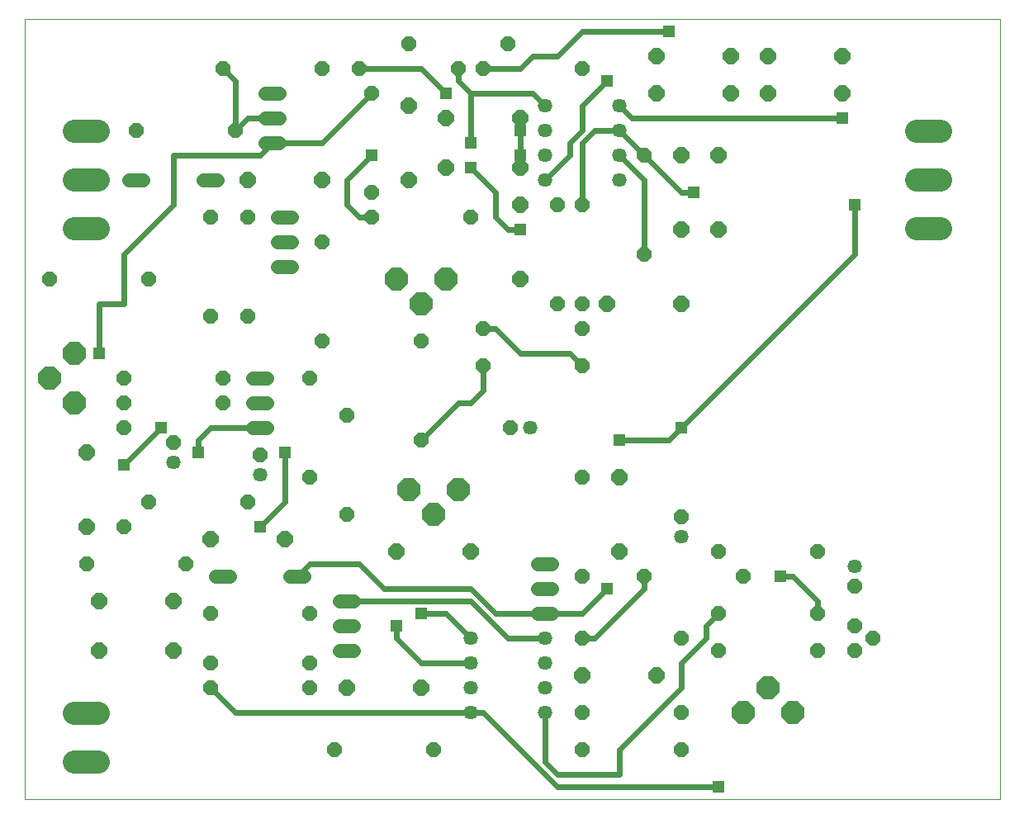
<source format=gtl>
G75*
G70*
%OFA0B0*%
%FSLAX24Y24*%
%IPPOS*%
%LPD*%
%AMOC8*
5,1,8,0,0,1.08239X$1,22.5*
%
%ADD10C,0.0000*%
%ADD11OC8,0.0576*%
%ADD12C,0.0576*%
%ADD13OC8,0.0648*%
%ADD14C,0.0576*%
%ADD15OC8,0.0936*%
%ADD16C,0.0936*%
%ADD17C,0.0240*%
%ADD18R,0.0472X0.0472*%
D10*
X001233Y000100D02*
X001233Y031596D01*
X040603Y031596D01*
X040603Y000100D01*
X001233Y000100D01*
D11*
X008733Y004600D03*
X008733Y005600D03*
X008733Y007600D03*
X007733Y009600D03*
X005233Y011100D03*
X006233Y012100D03*
X007233Y014500D03*
X005233Y015100D03*
X005233Y016100D03*
X005233Y017100D03*
X008733Y019600D03*
X010233Y019600D03*
X013233Y018600D03*
X012733Y017100D03*
X014233Y015600D03*
X017233Y014600D03*
X020833Y015100D03*
X023733Y013100D03*
X027733Y011500D03*
X029233Y010100D03*
X030233Y009100D03*
X029233Y007600D03*
X029233Y006100D03*
X027733Y006600D03*
X026233Y009100D03*
X023733Y009100D03*
X023733Y006600D03*
X023733Y003600D03*
X023733Y002100D03*
X027733Y002100D03*
X027733Y003600D03*
X033233Y006100D03*
X034733Y006100D03*
X035483Y006600D03*
X034733Y007100D03*
X033233Y007600D03*
X034733Y008700D03*
X033233Y010100D03*
X023733Y017600D03*
X023733Y019100D03*
X023733Y020100D03*
X022733Y020100D03*
X019733Y019100D03*
X019733Y017600D03*
X017233Y018600D03*
X013233Y022600D03*
X015233Y023600D03*
X015233Y024600D03*
X019233Y023600D03*
X022733Y024100D03*
X023733Y024100D03*
X026233Y022100D03*
X026233Y026100D03*
X023733Y029600D03*
X020733Y030600D03*
X019733Y029600D03*
X018733Y029600D03*
X016733Y030600D03*
X014733Y029600D03*
X015233Y028600D03*
X013233Y029600D03*
X009733Y027100D03*
X009233Y029600D03*
X005733Y027100D03*
X008733Y023600D03*
X010233Y023600D03*
X006233Y021100D03*
X002233Y021100D03*
X009233Y017100D03*
X009233Y016100D03*
X010733Y014000D03*
X012733Y013100D03*
X014233Y011600D03*
X010233Y012100D03*
X012733Y007600D03*
X012733Y005600D03*
X012733Y004600D03*
X013733Y002100D03*
X017733Y002100D03*
X003733Y009600D03*
D12*
X008945Y009100D02*
X009521Y009100D01*
X011945Y009100D02*
X012521Y009100D01*
X013945Y008100D02*
X014521Y008100D01*
X014521Y007100D02*
X013945Y007100D01*
X013945Y006100D02*
X014521Y006100D01*
X021945Y007600D02*
X022521Y007600D01*
X022521Y008600D02*
X021945Y008600D01*
X021945Y009600D02*
X022521Y009600D01*
X011021Y015100D02*
X010445Y015100D01*
X010445Y016100D02*
X011021Y016100D01*
X011021Y017100D02*
X010445Y017100D01*
X011445Y021600D02*
X012021Y021600D01*
X012021Y022600D02*
X011445Y022600D01*
X011445Y023600D02*
X012021Y023600D01*
X009021Y025100D02*
X008445Y025100D01*
X006021Y025100D02*
X005445Y025100D01*
X010945Y026600D02*
X011521Y026600D01*
X011521Y027600D02*
X010945Y027600D01*
X010945Y028600D02*
X011521Y028600D01*
D13*
X010233Y025100D03*
X013233Y025100D03*
X016733Y025100D03*
X018233Y025600D03*
X018233Y027600D03*
X016733Y028100D03*
X021233Y027600D03*
X021233Y025600D03*
X021233Y024100D03*
X021233Y021100D03*
X024733Y020100D03*
X027733Y020100D03*
X027733Y023100D03*
X029233Y023100D03*
X029233Y026100D03*
X027733Y026100D03*
X026733Y028600D03*
X026733Y030100D03*
X029733Y030100D03*
X031233Y030100D03*
X031233Y028600D03*
X029733Y028600D03*
X034233Y028600D03*
X034233Y030100D03*
X025233Y013100D03*
X025233Y010100D03*
X019233Y010100D03*
X016233Y010100D03*
X011733Y010600D03*
X008733Y010600D03*
X007233Y008100D03*
X007233Y006100D03*
X004233Y006100D03*
X004233Y008100D03*
X003733Y011100D03*
X003733Y014100D03*
X014233Y004600D03*
X017233Y004600D03*
X023733Y005100D03*
X026733Y005100D03*
D14*
X022233Y004600D03*
X022233Y003600D03*
X022233Y005600D03*
X022233Y006600D03*
X019233Y006600D03*
X019233Y005600D03*
X019233Y004600D03*
X019233Y003600D03*
X027733Y010700D03*
X021633Y015100D03*
X010733Y013200D03*
X007233Y013700D03*
X022233Y025100D03*
X022233Y026100D03*
X022233Y027100D03*
X022233Y028100D03*
X025233Y028100D03*
X025233Y027100D03*
X025233Y026100D03*
X025233Y025100D03*
X034733Y009500D03*
D15*
X031233Y004600D03*
X030233Y003600D03*
X032233Y003600D03*
X018733Y012600D03*
X017733Y011600D03*
X016733Y012600D03*
X017233Y020100D03*
X016233Y021100D03*
X018233Y021100D03*
X003233Y018100D03*
X002233Y017100D03*
X003233Y016100D03*
D16*
X003265Y023130D02*
X004201Y023130D01*
X004201Y025100D02*
X003265Y025100D01*
X003265Y027070D02*
X004201Y027070D01*
X004201Y003580D02*
X003265Y003580D01*
X003265Y001610D02*
X004201Y001610D01*
X037265Y023130D02*
X038201Y023130D01*
X038201Y025100D02*
X037265Y025100D01*
X037265Y027070D02*
X038201Y027070D01*
D17*
X034233Y027600D02*
X025733Y027600D01*
X025233Y028100D01*
X025233Y027100D02*
X024233Y027100D01*
X023733Y026600D01*
X023733Y024100D01*
X022233Y025100D02*
X023233Y026100D01*
X023233Y026600D01*
X023733Y027100D01*
X023733Y028100D01*
X024733Y029100D01*
X022733Y030100D02*
X023733Y031100D01*
X027233Y031100D01*
X022733Y030100D02*
X021733Y030100D01*
X021233Y029600D01*
X019733Y029600D01*
X018733Y029600D02*
X018733Y029100D01*
X019233Y028600D01*
X019233Y026600D01*
X019233Y025600D02*
X020233Y024600D01*
X020233Y023600D01*
X020733Y023100D01*
X021233Y023100D01*
X021233Y026100D02*
X021233Y027100D01*
X022233Y028100D02*
X021733Y028600D01*
X019233Y028600D01*
X018233Y028600D02*
X017233Y029600D01*
X014733Y029600D01*
X015233Y028600D02*
X013233Y026600D01*
X011233Y026600D01*
X010733Y026100D01*
X007233Y026100D01*
X007233Y024100D01*
X005233Y022100D01*
X005233Y020100D01*
X004233Y020100D01*
X004233Y018100D01*
X006733Y015100D02*
X005233Y013600D01*
X008233Y014100D02*
X008233Y014600D01*
X008733Y015100D01*
X010733Y015100D01*
X011733Y014100D02*
X011733Y012100D01*
X010733Y011100D01*
X012233Y009100D02*
X012733Y009600D01*
X014733Y009600D01*
X015733Y008600D01*
X019233Y008600D01*
X020233Y007600D01*
X022233Y007600D01*
X023733Y007600D01*
X024733Y008600D01*
X026233Y008600D02*
X026233Y009100D01*
X026233Y008600D02*
X024233Y006600D01*
X023733Y006600D01*
X022233Y006600D02*
X020733Y006600D01*
X019233Y008100D01*
X014233Y008100D01*
X016233Y007100D02*
X016233Y006600D01*
X017233Y005600D01*
X019233Y005600D01*
X019233Y006600D02*
X018233Y007600D01*
X017233Y007600D01*
X019233Y003600D02*
X019733Y003600D01*
X022733Y000600D01*
X029233Y000600D01*
X025233Y001100D02*
X025233Y002100D01*
X027733Y004600D01*
X027733Y005600D01*
X028733Y006600D01*
X028733Y007100D01*
X029233Y007600D01*
X031733Y009100D02*
X032233Y009100D01*
X033233Y008100D01*
X033233Y007600D01*
X025233Y001100D02*
X022733Y001100D01*
X022233Y001600D01*
X022233Y003600D01*
X019233Y003600D02*
X009733Y003600D01*
X008733Y004600D01*
X017233Y014600D02*
X018733Y016100D01*
X019233Y016100D01*
X019733Y016600D01*
X019733Y017600D01*
X021233Y018100D02*
X020233Y019100D01*
X019733Y019100D01*
X021233Y018100D02*
X023233Y018100D01*
X023733Y017600D01*
X027233Y014600D02*
X027733Y015100D01*
X034733Y022100D01*
X034733Y024100D01*
X028233Y024600D02*
X027733Y024600D01*
X026233Y026100D01*
X025233Y027100D01*
X025233Y026100D02*
X026233Y025100D01*
X026233Y022100D01*
X025233Y014600D02*
X027233Y014600D01*
X015233Y023600D02*
X014733Y023600D01*
X014233Y024100D01*
X014233Y025100D01*
X015233Y026100D01*
X011233Y027600D02*
X010233Y027600D01*
X009733Y027100D01*
X009733Y029100D01*
X009233Y029600D01*
D18*
X015233Y026100D03*
X018233Y028600D03*
X019233Y026600D03*
X019233Y025600D03*
X021233Y026100D03*
X021233Y027100D03*
X024733Y029100D03*
X027233Y031100D03*
X034233Y027600D03*
X034733Y024100D03*
X028233Y024600D03*
X021233Y023100D03*
X027733Y015100D03*
X025233Y014600D03*
X031733Y009100D03*
X024733Y008600D03*
X017233Y007600D03*
X016233Y007100D03*
X010733Y011100D03*
X011733Y014100D03*
X008233Y014100D03*
X006733Y015100D03*
X005233Y013600D03*
X004233Y018100D03*
X029233Y000600D03*
M02*

</source>
